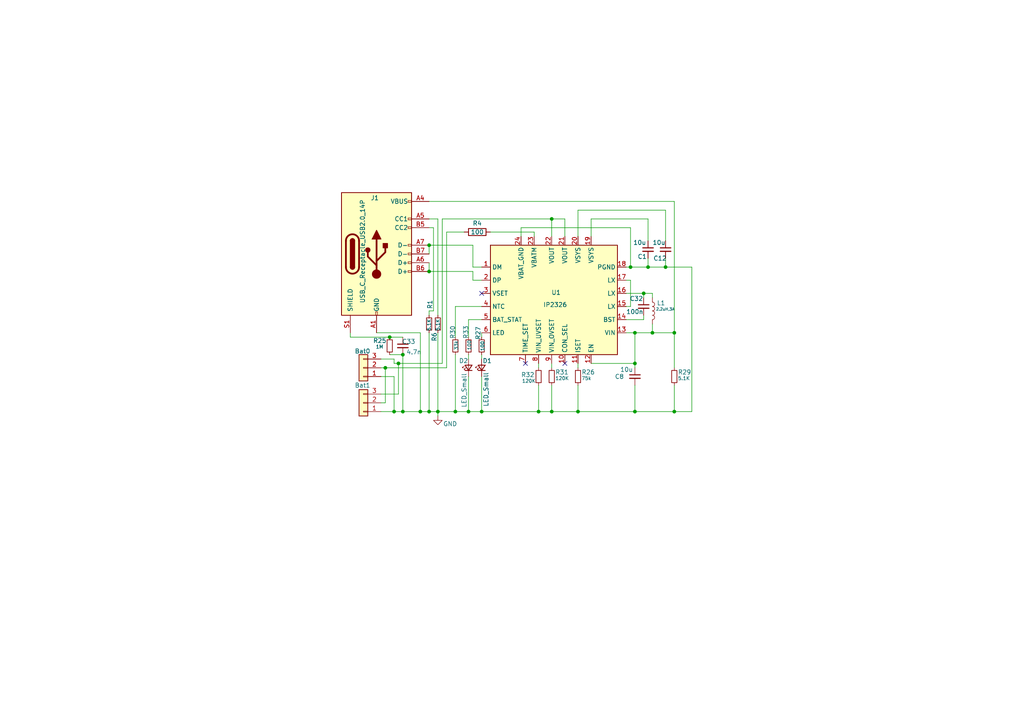
<source format=kicad_sch>
(kicad_sch (version 20250114) (generator "eeschema") (generator_version "9.0")
  (paper "A4")
  (lib_symbols
    (symbol "GND_9" (power) (pin_names (offset 0))
      (property "Value" "GND" (at 0 -3.81 0))
      (symbol "GND_9_0_1"
        (polyline (pts (xy 0 0) (xy 0 -1.27) (xy 1.27 -1.27) (xy 0 -2.54) (xy -1.27 -1.27) (xy 0 -1.27)))
      )
      (symbol "GND_9_1_1"
        (pin power_in line (at 0 0 270) (length 0) (hide yes) (name "GND") (number "1"))
      )
    )
    (symbol "uRX:1uH,50mA" (pin_numbers (hide yes)) (pin_names (offset 0))
      (property "Reference" "L" (at 1.2673 0.834 0))
      (property "Value" "1uH,50mA" (at 1.2673 -1.2122 0))
      (symbol "1uH,50mA_0_1"
        (arc (start 0 2.54) (mid 0.6323 1.905) (end 0 1.27))
        (arc (start 0 1.27) (mid 0.6323 0.635) (end 0 0))
        (arc (start 0 0) (mid 0.6323 -0.635) (end 0 -1.27))
        (arc (start 0 -1.27) (mid 0.6323 -1.905) (end 0 -2.54))
      )
      (symbol "1uH,50mA_1_1"
        (pin passive line (at 0 3.81 270) (length 1.27) (name "~") (number "1"))
        (pin passive line (at 0 -3.81 90) (length 1.27) (name "~") (number "2"))
      )
    )
    (symbol "uRX:C_Small" (pin_numbers (hide yes)) (pin_names (offset 0.254) (hide yes))
      (property "Reference" "C" (at 0.254 1.778 0))
      (property "Value" "C_Small" (at 0.254 -2.032 0))
      (symbol "C_Small_0_1"
        (polyline (pts (xy -1.524 0.508) (xy 1.524 0.508)) (stroke (width 0.3048)))
        (polyline (pts (xy -1.524 -0.508) (xy 1.524 -0.508)) (stroke (width 0.3302)))
      )
      (symbol "C_Small_1_1"
        (pin passive line (at 0 2.54 270) (length 2.032) (name "~") (number "1"))
        (pin passive line (at 0 -2.54 90) (length 2.032) (name "~") (number "2"))
      )
    )
    (symbol "uRX:Conn_01x03" (pin_names (offset 1.016) (hide yes))
      (property "Reference" "J" (at 0 5.08 0))
      (property "Value" "Conn_01x03" (at 0 -5.08 0))
      (symbol "Conn_01x03_1_1"
        (rectangle (start -1.27 3.81) (end 1.27 -3.81) (stroke (width 0.254)) (fill (type background)))
        (rectangle (start -1.27 2.667) (end 0 2.413) (stroke (width 0.1524)))
        (rectangle (start -1.27 0.127) (end 0 -0.127) (stroke (width 0.1524)))
        (rectangle (start -1.27 -2.413) (end 0 -2.667) (stroke (width 0.1524)))
        (pin passive line (at -5.08 2.54 0) (length 3.81) (name "Pin_1") (number "1"))
        (pin passive line (at -5.08 0 0) (length 3.81) (name "Pin_2") (number "2"))
        (pin passive line (at -5.08 -2.54 0) (length 3.81) (name "Pin_3") (number "3"))
      )
    )
    (symbol "uRX:IP2326"
      (property "Reference" "U11" (at 2.032 2.794 0))
      (property "Value" "IP2326" (at 0.762 -1.524 0))
      (symbol "IP2326_1_1"
        (rectangle (start -13.97 13.97) (end 22.86 -17.78) (stroke (width 0.254)) (fill (type color) (color 255 255 194 1)))
        (pin bidirectional line (at -16.51 7.62 0) (length 2.54) (name "DM") (number "1"))
        (pin bidirectional line (at -16.51 3.81 0) (length 2.54) (name "DP") (number "2"))
        (pin bidirectional line (at -16.51 0 0) (length 2.54) (name "VSET") (number "3"))
        (pin bidirectional line (at -16.51 -3.81 0) (length 2.54) (name "NTC") (number "4"))
        (pin bidirectional line (at -16.51 -7.62 0) (length 2.54) (name "BAT_STAT") (number "5"))
        (pin output line (at -16.51 -11.43 0) (length 2.54) (name "LED") (number "6"))
        (pin bidirectional line (at -5.08 16.51 270) (length 2.54) (name "VBAT_GND") (number "24"))
        (pin input line (at -3.81 -20.32 90) (length 2.54) (name "TIME_SET") (number "7"))
        (pin bidirectional line (at -1.27 16.51 270) (length 2.54) (name "VBATM") (number "23"))
        (pin passive line (at 0 -20.32 90) (length 2.54) (hide yes) (name "GND") (number "25"))
        (pin bidirectional line (at 0 -20.32 90) (length 2.54) (name "VIN_UVSET") (number "8"))
        (pin output line (at 3.81 16.51 270) (length 2.54) (name "VOUT") (number "22"))
        (pin bidirectional line (at 3.81 -20.32 90) (length 2.54) (name "VIN_OVSET") (number "9"))
        (pin output line (at 7.62 16.51 270) (length 2.54) (name "VOUT") (number "21"))
        (pin bidirectional line (at 7.62 -20.32 90) (length 2.54) (name "CON_SEL") (number "10"))
        (pin bidirectional line (at 11.43 16.51 270) (length 2.54) (name "VSYS") (number "20"))
        (pin open_collector line (at 11.43 -20.32 90) (length 2.54) (name "ISET") (number "11"))
        (pin open_collector line (at 15.24 16.51 270) (length 2.54) (name "VSYS") (number "19"))
        (pin input line (at 15.24 -20.32 90) (length 2.54) (name "EN") (number "12"))
        (pin bidirectional line (at 25.4 7.62 180) (length 2.54) (name "PGND") (number "18"))
        (pin bidirectional line (at 25.4 3.81 180) (length 2.54) (name "LX") (number "17"))
        (pin bidirectional line (at 25.4 0 180) (length 2.54) (name "LX") (number "16"))
        (pin bidirectional line (at 25.4 -3.81 180) (length 2.54) (name "LX") (number "15"))
        (pin bidirectional line (at 25.4 -7.62 180) (length 2.54) (name "BST") (number "14"))
        (pin input line (at 25.4 -11.43 180) (length 2.54) (name "VIN") (number "13"))
      )
    )
    (symbol "uRX:LED_Small" (pin_numbers (hide yes)) (pin_names (offset 0.254) (hide yes))
      (property "Reference" "D" (at -1.27 3.175 0))
      (property "Value" "LED_Small" (at -4.445 -2.54 0))
      (symbol "LED_Small_0_1"
        (polyline (pts (xy -0.762 -1.016) (xy -0.762 1.016)) (stroke (width 0.254)))
        (polyline (pts (xy 0 0.762) (xy -0.508 1.27) (xy -0.254 1.27) (xy -0.508 1.27) (xy -0.508 1.016)))
        (polyline (pts (xy 0.508 1.27) (xy 0 1.778) (xy 0.254 1.778) (xy 0 1.778) (xy 0 1.524)))
        (polyline (pts (xy 0.762 -1.016) (xy -0.762 0) (xy 0.762 1.016) (xy 0.762 -1.016)) (stroke (width 0.254)))
        (polyline (pts (xy 1.016 0) (xy -0.762 0)))
      )
      (symbol "LED_Small_1_1"
        (pin passive line (at -2.54 0 0) (length 1.778) (name "K") (number "1"))
        (pin passive line (at 2.54 0 180) (length 1.778) (name "A") (number "2"))
      )
    )
    (symbol "uRX:R" (pin_numbers (hide yes)) (pin_names (offset 0))
      (property "Reference" "R" (at 2.032 0 90))
      (property "Value" "R" (at 0 0 90))
      (symbol "R_0_1"
        (rectangle (start -1.016 -2.54) (end 1.016 2.54) (stroke (width 0.254)))
      )
      (symbol "R_1_1"
        (pin passive line (at 0 3.81 270) (length 1.27) (name "~") (number "1"))
        (pin passive line (at 0 -3.81 90) (length 1.27) (name "~") (number "2"))
      )
    )
    (symbol "uRX:R_Small" (pin_numbers (hide yes)) (pin_names (offset 0.254) (hide yes))
      (property "Reference" "R" (at 0 0 90))
      (property "Value" "R_Small" (at 1.778 0 90))
      (symbol "R_Small_0_1"
        (rectangle (start -0.762 1.778) (end 0.762 -1.778) (stroke (width 0.2032)))
      )
      (symbol "R_Small_1_1"
        (pin passive line (at 0 2.54 270) (length 0.762) (name "~") (number "1"))
        (pin passive line (at 0 -2.54 90) (length 0.762) (name "~") (number "2"))
      )
    )
    (symbol "uRX:USB_C_Receptacle_USB2.0_14P" (pin_names (offset 1.016))
      (property "Reference" "J" (at 0 22.225 0))
      (property "Value" "USB_C_Receptacle_USB2.0_14P" (at 0 19.685 0))
      (symbol "USB_C_Receptacle_USB2.0_14P_0_0"
        (rectangle (start -0.254 -17.78) (end 0.254 -16.764))
        (rectangle (start 10.16 15.494) (end 9.144 14.986))
        (rectangle (start 10.16 10.414) (end 9.144 9.906))
        (rectangle (start 10.16 7.874) (end 9.144 7.366))
        (rectangle (start 10.16 2.794) (end 9.144 2.286))
        (rectangle (start 10.16 0.254) (end 9.144 -0.254))
        (rectangle (start 10.16 -2.286) (end 9.144 -2.794))
        (rectangle (start 10.16 -4.826) (end 9.144 -5.334))
      )
      (symbol "USB_C_Receptacle_USB2.0_14P_0_1"
        (rectangle (start -10.16 17.78) (end 10.16 -17.78) (stroke (width 0.254)) (fill (type background)))
        (polyline (pts (xy -8.89 -3.81) (xy -8.89 3.81)) (stroke (width 0.508)))
        (rectangle (start -7.62 -3.81) (end -6.35 3.81) (stroke (width 0.254)) (fill (type outline)))
        (arc (start -7.62 3.81) (mid -6.985 4.4423) (end -6.35 3.81) (stroke (width 0.254)))
        (arc (start -7.62 3.81) (mid -6.985 4.4423) (end -6.35 3.81) (stroke (width 0.254)) (fill (type outline)))
        (arc (start -8.89 3.81) (mid -6.985 5.7067) (end -5.08 3.81) (stroke (width 0.508)))
        (arc (start -5.08 -3.81) (mid -6.985 -5.7067) (end -8.89 -3.81) (stroke (width 0.508)))
        (arc (start -6.35 -3.81) (mid -6.985 -4.4423) (end -7.62 -3.81) (stroke (width 0.254)))
        (arc (start -6.35 -3.81) (mid -6.985 -4.4423) (end -7.62 -3.81) (stroke (width 0.254)) (fill (type outline)))
        (polyline (pts (xy -5.08 3.81) (xy -5.08 -3.81)) (stroke (width 0.508)))
        (circle (center -2.54 1.143) (radius 0.635) (stroke (width 0.254)) (fill (type outline)))
        (polyline (pts (xy -1.27 4.318) (xy 0 6.858) (xy 1.27 4.318) (xy -1.27 4.318)) (stroke (width 0.254)) (fill (type outline)))
        (polyline (pts (xy 0 -2.032) (xy 2.54 0.508) (xy 2.54 1.778)) (stroke (width 0.508)))
        (polyline (pts (xy 0 -3.302) (xy -2.54 -0.762) (xy -2.54 0.508)) (stroke (width 0.508)))
        (polyline (pts (xy 0 -5.842) (xy 0 4.318)) (stroke (width 0.508)))
        (circle (center 0 -5.842) (radius 1.27) (fill (type outline)))
        (rectangle (start 1.905 1.778) (end 3.175 3.048) (stroke (width 0.254)) (fill (type outline)))
      )
      (symbol "USB_C_Receptacle_USB2.0_14P_1_1"
        (pin passive line (at -7.62 -22.86 90) (length 5.08) (name "SHIELD") (number "S1"))
        (pin passive line (at 0 -22.86 90) (length 5.08) (name "GND") (number "A1"))
        (pin passive line (at 0 -22.86 90) (length 5.08) (hide yes) (name "GND") (number "A12"))
        (pin passive line (at 0 -22.86 90) (length 5.08) (hide yes) (name "GND") (number "B1"))
        (pin passive line (at 0 -22.86 90) (length 5.08) (hide yes) (name "GND") (number "B12"))
        (pin passive line (at 15.24 15.24 180) (length 5.08) (name "VBUS") (number "A4"))
        (pin passive line (at 15.24 15.24 180) (length 5.08) (hide yes) (name "VBUS") (number "A9"))
        (pin passive line (at 15.24 15.24 180) (length 5.08) (hide yes) (name "VBUS") (number "B4"))
        (pin passive line (at 15.24 15.24 180) (length 5.08) (hide yes) (name "VBUS") (number "B9"))
        (pin bidirectional line (at 15.24 10.16 180) (length 5.08) (name "CC1") (number "A5"))
        (pin bidirectional line (at 15.24 7.62 180) (length 5.08) (name "CC2") (number "B5"))
        (pin bidirectional line (at 15.24 2.54 180) (length 5.08) (name "D-") (number "A7"))
        (pin bidirectional line (at 15.24 0 180) (length 5.08) (name "D-") (number "B7"))
        (pin bidirectional line (at 15.24 -2.54 180) (length 5.08) (name "D+") (number "A6"))
        (pin bidirectional line (at 15.24 -5.08 180) (length 5.08) (name "D+") (number "B6"))
      )
    )
  )
  (junction (at 160.02 63.5))
  (junction (at 115.57 105.41))
  (junction (at 116.84 119.38))
  (junction (at 186.69 85.09))
  (junction (at 124.46 78.74))
  (junction (at 184.15 119.38))
  (junction (at 135.89 119.38))
  (junction (at 184.15 105.41))
  (junction (at 187.96 77.47))
  (junction (at 113.03 97.79))
  (junction (at 160.02 119.38))
  (junction (at 189.23 96.52))
  (junction (at 132.08 119.38))
  (junction (at 184.15 96.52))
  (junction (at 121.92 119.38))
  (junction (at 182.88 77.47))
  (junction (at 195.58 96.52))
  (junction (at 156.21 119.38))
  (junction (at 124.46 71.12))
  (junction (at 167.64 119.38))
  (junction (at 193.04 77.47))
  (junction (at 139.7 119.38))
  (junction (at 116.84 102.87))
  (junction (at 114.3 119.38))
  (junction (at 111.76 106.68))
  (junction (at 124.46 119.38))
  (junction (at 195.58 119.38))
  (junction (at 127 119.38))
  (no_connect (at 163.83 105.41))
  (no_connect (at 139.7 85.09))
  (no_connect (at 152.4 105.41))
  (wire (pts (xy 132.08 102.87) (xy 132.08 119.38)))
  (wire (pts (xy 114.3 119.38) (xy 116.84 119.38)))
  (wire (pts (xy 125.73 66.04) (xy 125.73 90.17)))
  (wire (pts (xy 195.58 96.52) (xy 195.58 106.68)))
  (wire (pts (xy 156.21 105.41) (xy 156.21 106.68)))
  (wire (pts (xy 121.92 119.38) (xy 124.46 119.38)))
  (wire (pts (xy 101.6 96.52) (xy 101.6 97.79)))
  (wire (pts (xy 181.61 77.47) (xy 182.88 77.47)))
  (wire (pts (xy 116.84 119.38) (xy 121.92 119.38)))
  (wire (pts (xy 195.58 58.42) (xy 195.58 96.52)))
  (wire (pts (xy 193.04 77.47) (xy 200.66 77.47)))
  (wire (pts (xy 135.89 97.79) (xy 135.89 92.71)))
  (wire (pts (xy 160.02 119.38) (xy 167.64 119.38)))
  (wire (pts (xy 186.69 92.71) (xy 181.61 92.71)))
  (wire (pts (xy 189.23 96.52) (xy 195.58 96.52)))
  (wire (pts (xy 163.83 68.58) (xy 163.83 63.5)))
  (wire (pts (xy 200.66 77.47) (xy 200.66 119.38)))
  (wire (pts (xy 186.69 85.09) (xy 189.23 85.09)))
  (wire (pts (xy 186.69 85.09) (xy 186.69 86.36)))
  (wire (pts (xy 113.03 97.79) (xy 116.84 97.79)))
  (wire (pts (xy 137.16 81.28) (xy 139.7 81.28)))
  (wire (pts (xy 129.54 67.31) (xy 129.54 106.68)))
  (wire (pts (xy 186.69 91.44) (xy 186.69 92.71)))
  (wire (pts (xy 167.64 119.38) (xy 184.15 119.38)))
  (wire (pts (xy 171.45 105.41) (xy 184.15 105.41)))
  (wire (pts (xy 156.21 119.38) (xy 160.02 119.38)))
  (wire (pts (xy 114.3 109.22) (xy 114.3 119.38)))
  (wire (pts (xy 128.27 63.5) (xy 160.02 63.5)))
  (wire (pts (xy 127 119.38) (xy 132.08 119.38)))
  (wire (pts (xy 132.08 88.9) (xy 132.08 97.79)))
  (wire (pts (xy 184.15 119.38) (xy 195.58 119.38)))
  (wire (pts (xy 182.88 77.47) (xy 187.96 77.47)))
  (wire (pts (xy 124.46 71.12) (xy 124.46 73.66)))
  (wire (pts (xy 139.7 119.38) (xy 156.21 119.38)))
  (wire (pts (xy 135.89 102.87) (xy 135.89 104.14)))
  (wire (pts (xy 171.45 63.5) (xy 187.96 63.5)))
  (wire (pts (xy 121.92 96.52) (xy 121.92 119.38)))
  (wire (pts (xy 193.04 74.93) (xy 193.04 77.47)))
  (wire (pts (xy 110.49 116.84) (xy 111.76 116.84)))
  (wire (pts (xy 151.13 68.58) (xy 151.13 66.04)))
  (wire (pts (xy 135.89 119.38) (xy 139.7 119.38)))
  (wire (pts (xy 181.61 81.28) (xy 182.88 81.28)))
  (wire (pts (xy 132.08 119.38) (xy 135.89 119.38)))
  (wire (pts (xy 167.64 105.41) (xy 167.64 106.68)))
  (wire (pts (xy 115.57 105.41) (xy 115.57 114.3)))
  (wire (pts (xy 124.46 90.17) (xy 125.73 90.17)))
  (wire (pts (xy 124.46 119.38) (xy 127 119.38)))
  (wire (pts (xy 187.96 74.93) (xy 187.96 77.47)))
  (wire (pts (xy 115.57 105.41) (xy 128.27 105.41)))
  (wire (pts (xy 182.88 81.28) (xy 182.88 88.9)))
  (wire (pts (xy 160.02 68.58) (xy 160.02 63.5)))
  (wire (pts (xy 154.94 68.58) (xy 154.94 67.31)))
  (wire (pts (xy 187.96 77.47) (xy 193.04 77.47)))
  (wire (pts (xy 110.49 106.68) (xy 111.76 106.68)))
  (wire (pts (xy 193.04 69.85) (xy 193.04 60.96)))
  (wire (pts (xy 124.46 96.52) (xy 124.46 119.38)))
  (wire (pts (xy 124.46 58.42) (xy 195.58 58.42)))
  (wire (pts (xy 187.96 63.5) (xy 187.96 69.85)))
  (wire (pts (xy 139.7 109.22) (xy 139.7 119.38)))
  (wire (pts (xy 110.49 109.22) (xy 114.3 109.22)))
  (wire (pts (xy 151.13 66.04) (xy 182.88 66.04)))
  (wire (pts (xy 139.7 104.14) (xy 139.7 102.87)))
  (wire (pts (xy 160.02 63.5) (xy 163.83 63.5)))
  (wire (pts (xy 184.15 105.41) (xy 184.15 106.68)))
  (wire (pts (xy 121.92 96.52) (xy 109.22 96.52)))
  (wire (pts (xy 128.27 63.5) (xy 128.27 105.41)))
  (wire (pts (xy 110.49 114.3) (xy 115.57 114.3)))
  (wire (pts (xy 125.73 66.04) (xy 124.46 66.04)))
  (wire (pts (xy 134.62 67.31) (xy 129.54 67.31)))
  (wire (pts (xy 124.46 90.17) (xy 124.46 91.44)))
  (wire (pts (xy 182.88 88.9) (xy 181.61 88.9)))
  (wire (pts (xy 195.58 111.76) (xy 195.58 119.38)))
  (wire (pts (xy 137.16 78.74) (xy 124.46 78.74)))
  (wire (pts (xy 127 63.5) (xy 127 91.44)))
  (wire (pts (xy 111.76 106.68) (xy 129.54 106.68)))
  (wire (pts (xy 127 119.38) (xy 127 120.65)))
  (wire (pts (xy 124.46 76.2) (xy 124.46 78.74)))
  (wire (pts (xy 189.23 86.36) (xy 189.23 85.09)))
  (wire (pts (xy 195.58 119.38) (xy 200.66 119.38)))
  (wire (pts (xy 181.61 85.09) (xy 186.69 85.09)))
  (wire (pts (xy 137.16 77.47) (xy 137.16 71.12)))
  (wire (pts (xy 189.23 93.98) (xy 189.23 96.52)))
  (wire (pts (xy 154.94 67.31) (xy 142.24 67.31)))
  (wire (pts (xy 124.46 63.5) (xy 127 63.5)))
  (wire (pts (xy 110.49 119.38) (xy 114.3 119.38)))
  (wire (pts (xy 167.64 111.76) (xy 167.64 119.38)))
  (wire (pts (xy 137.16 77.47) (xy 139.7 77.47)))
  (wire (pts (xy 184.15 96.52) (xy 189.23 96.52)))
  (wire (pts (xy 114.3 105.41) (xy 115.57 105.41)))
  (wire (pts (xy 137.16 81.28) (xy 137.16 78.74)))
  (wire (pts (xy 160.02 111.76) (xy 160.02 119.38)))
  (wire (pts (xy 167.64 60.96) (xy 193.04 60.96)))
  (wire (pts (xy 139.7 97.79) (xy 139.7 96.52)))
  (wire (pts (xy 135.89 109.22) (xy 135.89 119.38)))
  (wire (pts (xy 171.45 68.58) (xy 171.45 63.5)))
  (wire (pts (xy 135.89 92.71) (xy 139.7 92.71)))
  (wire (pts (xy 184.15 111.76) (xy 184.15 119.38)))
  (wire (pts (xy 111.76 106.68) (xy 111.76 116.84)))
  (wire (pts (xy 127 96.52) (xy 127 119.38)))
  (wire (pts (xy 113.03 102.87) (xy 116.84 102.87)))
  (wire (pts (xy 160.02 105.41) (xy 160.02 106.68)))
  (wire (pts (xy 167.64 60.96) (xy 167.64 68.58)))
  (wire (pts (xy 184.15 96.52) (xy 184.15 105.41)))
  (wire (pts (xy 181.61 96.52) (xy 184.15 96.52)))
  (wire (pts (xy 116.84 102.87) (xy 116.84 119.38)))
  (wire (pts (xy 132.08 88.9) (xy 139.7 88.9)))
  (wire (pts (xy 114.3 104.14) (xy 114.3 105.41)))
  (wire (pts (xy 110.49 104.14) (xy 114.3 104.14)))
  (wire (pts (xy 124.46 71.12) (xy 137.16 71.12)))
  (wire (pts (xy 101.6 97.79) (xy 113.03 97.79)))
  (wire (pts (xy 156.21 111.76) (xy 156.21 119.38)))
  (wire (pts (xy 182.88 66.04) (xy 182.88 77.47)))
  (symbol (lib_id "uRX:R_Small") (at 160.02 109.22 0) (unit 1)
    (property "Reference" "R31" (at 161.036 107.95 0) (effects (justify left)))
    (property "Value" "120K" (at 161.036 109.728 0) (effects (font (size 0.9906 0.9906)) (justify left)))
    (property "Footprint" "Resistor_SMD:R_0603_1608Metric" (effects (hide yes)))
  )
  (symbol (lib_id "uRX:USB_C_Receptacle_USB2.0_14P") (at 109.22 73.66 0) (unit 1)
    (property "Reference" "J1" (at 108.712 57.404 0))
    (property "Value" "USB_C_Receptacle_USB2.0_14P" (at 105.156 72.898 90))
    (property "Footprint" "C165948" (effects (hide yes)))
    (property "Datasheet" "https://www.usb.org/sites/default/files/documents/usb_type-c.zip" (effects (hide yes)))
    (property "Description" "USB 2.0-only 14P Type-C Receptacle connector" (effects (hide yes)))
  )
  (symbol (lib_id "uRX:R_Small") (at 167.64 109.22 0) (unit 1)
    (property "Reference" "R26" (at 168.656 107.95 0) (effects (justify left)))
    (property "Value" "75k" (at 168.656 109.728 0) (effects (font (size 0.9906 0.9906)) (justify left)))
    (property "Footprint" "Resistor_SMD:R_0603_1608Metric" (effects (hide yes)))
  )
  (symbol (lib_id "uRX:IP2326") (at 156.21 85.09 0) (unit 1)
    (property "Reference" "U1" (at 161.29 84.836 0))
    (property "Value" "IP2326" (at 161.036 88.392 0))
    (property "Footprint" "Package_DFN_QFN:QFN-24-1EP_4x4mm_P0.5mm_EP2.7x2.7mm" (effects (hide yes)))
    (property "Datasheet" "https://www.st.com/resource/en/datasheet/stusb4500.pdf" (effects (hide yes)))
    (property "Description" "Stand-alone USB PD controller (with sink Auto-run mode), QFN-24" (effects (hide yes)))
  )
  (symbol (lib_id "uRX:LED_Small") (at 139.7 106.68 90) (unit 1)
    (property "Reference" "D1" (at 139.954 104.648 90) (effects (justify right)))
    (property "Value" "LED_Small" (at 140.97 107.95 0) (effects (justify right)))
    (property "Footprint" "LED_SMD:L_0603_1608Metric" (effects (hide yes)))
    (property "Description" "Light emitting diode, small symbol" (effects (hide yes)))
    (property "Sim.Pins" "1=K 2=A" (effects (hide yes)))
  )
  (symbol (lib_id "uRX:R") (at 138.43 67.31 270) (unit 1)
    (property "Reference" "R4" (at 138.43 64.77 90))
    (property "Value" "100" (at 138.43 67.31 90))
    (property "Footprint" "Resistor_SMD:R_0603_1608Metric" (effects (hide yes)))
  )
  (symbol (lib_name "GND_9") (lib_id "uRX:GND_9") (at 127 120.65 0) (unit 1)
    (property "Reference" "#PWR013" (effects (hide yes)))
    (property "Value" "GND" (at 130.556 122.936 0))
  )
  (symbol (lib_id "uRX:1uH,50mA") (at 189.23 90.17 0) (unit 1)
    (property "Reference" "L1" (at 190.5 87.884 0) (effects (justify left)))
    (property "Value" "2.2uH,3A" (at 190.246 89.662 0) (effects (font (size 0.8 0.8)) (justify left)))
    (property "Footprint" "Inductor_SMD:L_4.0x4.0_H1.8" (effects (hide yes)))
    (property "Description" "Sunlord SWPA4040-Serie (z. B. C167352" (effects (hide yes)))
    (property "LCSC" "C167352" (effects (hide yes)))
    (property "Stock" "50824" (effects (hide yes)))
    (property "Price" "0.020USD" (effects (hide yes)))
    (property "Process" "SMT" (effects (hide yes)))
    (property "Minimum Qty" "20" (effects (hide yes)))
    (property "Attrition Qty" "8" (effects (hide yes)))
    (property "Class" "Preferred Component" (effects (hide yes)))
    (property "Category" "Inductors/Coils/Transformers,Inductors (SMD)" (effects (hide yes)))
    (property "Manufacturer" "Sunlord" (effects (hide yes)))
    (property "Part" "SDFL2012Q1R0KTF" (effects (hide yes)))
    (property "Inductance" "1uH" (effects (hide yes)))
    (property "Tolerance" "±10%" (effects (hide yes)))
    (property "Rated Current" "3A" (effects (hide yes)))
    (property "DC Resistance (DCR)" "400mΩ" (effects (hide yes)))
  )
  (symbol (lib_id "uRX:C_Small") (at 193.04 72.39 0) (unit 1)
    (property "Reference" "C12" (at 189.484 74.93 0) (effects (justify left)))
    (property "Value" "10u" (at 189.23 70.358 0) (effects (justify left)))
    (property "Footprint" "Capacitor_SMD:C_0603_1608Metric" (effects (hide yes)))
  )
  (symbol (lib_id "uRX:C_Small") (at 187.96 72.39 0) (unit 1)
    (property "Reference" "C1" (at 184.912 74.422 0) (effects (justify left)))
    (property "Value" "10u" (at 183.642 70.358 0) (effects (justify left)))
    (property "Footprint" "Capacitor_SMD:C_0603_1608Metric" (effects (hide yes)))
  )
  (symbol (lib_id "uRX:R_Small") (at 195.58 109.22 0) (unit 1)
    (property "Reference" "R29" (at 196.596 107.95 0) (effects (justify left)))
    (property "Value" "5.1K" (at 196.596 109.728 0) (effects (font (size 0.9906 0.9906)) (justify left)))
    (property "Footprint" "Resistor_SMD:R_0603_1608Metric" (effects (hide yes)))
  )
  (symbol (lib_id "uRX:C_Small") (at 186.69 88.9 0) (unit 1)
    (property "Reference" "C32" (at 182.626 86.614 0) (effects (justify left)))
    (property "Value" "100n" (at 181.61 90.424 0) (effects (justify left)))
    (property "Footprint" "Capacitor_SMD:C_0603_1608Metric" (effects (hide yes)))
  )
  (symbol (lib_id "uRX:R_Small") (at 139.7 100.33 0) (unit 1)
    (property "Reference" "R27" (at 138.684 98.552 90) (effects (justify left)))
    (property "Value" "100" (at 139.954 101.854 90) (effects (font (size 0.9906 0.9906)) (justify left)))
    (property "Footprint" "Resistor_SMD:R_0603_1608Metric" (effects (hide yes)))
  )
  (symbol (lib_id "uRX:R_Small") (at 113.03 100.33 0) (unit 1)
    (property "Reference" "R25" (at 108.204 98.806 0) (effects (justify left)))
    (property "Value" "1M" (at 108.966 100.584 0) (effects (font (size 0.9906 0.9906)) (justify left)))
    (property "Footprint" "Resistor_SMD:R_0603_1608Metric" (effects (hide yes)))
  )
  (symbol (lib_id "uRX:Conn_01x03") (at 105.41 106.68 180) (unit 1)
    (property "Reference" "Bat0" (at 105.156 101.854 0))
    (property "Value" "JST-XH" (effects (hide yes)))
    (property "Footprint" "Connector_JST:JST_XH_B3B-XH-A_1x03_P2.50mm_Vertical" (effects (hide yes)))
    (property "Description" "Generic connector, single row, 01x03, script generated (kicad-library-utils/schlib/autogen/connector/)" (effects (hide yes)))
  )
  (symbol (lib_id "uRX:R_Small") (at 124.46 93.98 0) (unit 1)
    (property "Reference" "R1" (at 124.714 89.662 90) (effects (justify left)))
    (property "Value" "5.1K" (at 124.46 96.012 90) (effects (font (size 0.9906 0.9906)) (justify left)))
    (property "Footprint" "Resistor_SMD:R_0603_1608Metric" (effects (hide yes)))
  )
  (symbol (lib_id "uRX:C_Small") (at 184.15 109.22 0) (unit 1)
    (property "Reference" "C8" (at 178.308 109.22 0) (effects (justify left)))
    (property "Value" "10u" (at 179.832 107.188 0) (effects (justify left)))
    (property "Footprint" "Capacitor_SMD:C_0603_1608Metric" (effects (hide yes)))
  )
  (symbol (lib_id "uRX:R_Small") (at 135.89 100.33 0) (unit 1)
    (property "Reference" "R33" (at 135.128 98.298 90) (effects (justify left)))
    (property "Value" "100" (at 136.144 101.6 90) (effects (font (size 0.9906 0.9906)) (justify left)))
    (property "Footprint" "Resistor_SMD:R_0603_1608Metric" (effects (hide yes)))
  )
  (symbol (lib_id "uRX:Conn_01x03") (at 105.41 116.84 180) (unit 1)
    (property "Reference" "Bat1" (at 105.156 111.76 0))
    (property "Value" "JST-XH" (effects (hide yes)))
    (property "Footprint" "Connector_JST:JST_XH_B3B-XH-A_1x03_P2.50mm_Vertical" (effects (hide yes)))
    (property "Description" "Generic connector, single row, 01x03, script generated (kicad-library-utils/schlib/autogen/connector/)" (effects (hide yes)))
  )
  (symbol (lib_id "uRX:R_Small") (at 132.08 100.33 0) (unit 1)
    (property "Reference" "R30" (at 131.318 98.298 90) (effects (justify left)))
    (property "Value" "33k" (at 132.334 101.6 90) (effects (font (size 0.9906 0.9906)) (justify left)))
    (property "Footprint" "Resistor_SMD:R_0603_1608Metric" (effects (hide yes)))
  )
  (symbol (lib_id "uRX:C_Small") (at 116.84 100.33 0) (unit 1)
    (property "Reference" "C33" (at 116.586 99.06 0) (effects (justify left)))
    (property "Value" "4.7n" (at 117.856 102.108 0) (effects (justify left)))
    (property "Footprint" "Capacitor_SMD:C_0603_1608Metric" (effects (hide yes)))
  )
  (symbol (lib_id "uRX:R_Small") (at 156.21 109.22 0) (unit 1)
    (property "Reference" "R32" (at 151.13 108.712 0) (effects (justify left)))
    (property "Value" "120K" (at 151.384 110.49 0) (effects (font (size 0.9906 0.9906)) (justify left)))
    (property "Footprint" "Resistor_SMD:R_0603_1608Metric" (effects (hide yes)))
  )
  (symbol (lib_id "uRX:LED_Small") (at 135.89 106.68 90) (unit 1)
    (property "Reference" "D2" (at 133.096 104.648 90) (effects (justify right)))
    (property "Value" "LED_Small" (at 134.62 108.204 0) (effects (justify right)))
    (property "Footprint" "LED_SMD:L_0603_1608Metric" (effects (hide yes)))
    (property "Description" "Light emitting diode, small symbol" (effects (hide yes)))
    (property "Sim.Pins" "1=K 2=A" (effects (hide yes)))
  )
  (symbol (lib_id "uRX:R_Small") (at 127 93.98 0) (unit 1)
    (property "Reference" "R6" (at 125.984 99.06 90) (effects (justify left)))
    (property "Value" "5.1K" (at 127 96.012 90) (effects (font (size 0.9906 0.9906)) (justify left)))
    (property "Footprint" "Resistor_SMD:R_0603_1608Metric" (effects (hide yes)))
  )
)
</source>
